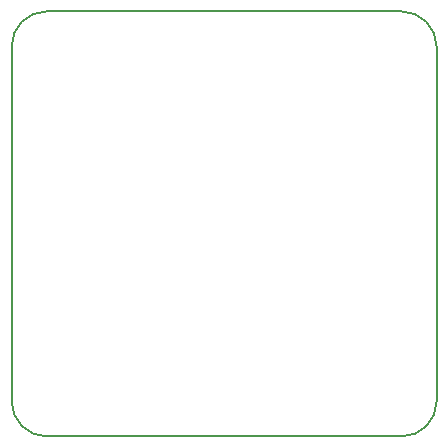
<source format=gko>
G04 DipTrace 2.3.1.0*
%INPowerTowerRX_Rev4.GKO*%
%MOIN*%
%ADD11C,0.0055*%
%FSLAX44Y44*%
G04*
G70*
G90*
G75*
G01*
%LNBoardOutline*%
%LPD*%
X1438Y227D2*
D11*
X13249D1*
G03X14431Y1408I0J1181D01*
G01*
Y13219D1*
G03X13249Y14401I-1181J0D01*
G01*
X1438D1*
G03X257Y13219I0J-1181D01*
G01*
Y1408D1*
G03X1438Y227I1181J0D01*
G01*
M02*

</source>
